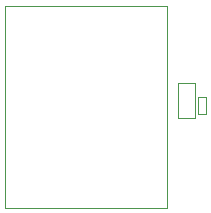
<source format=gbr>
G04 #@! TF.GenerationSoftware,KiCad,Pcbnew,7.0.6*
G04 #@! TF.CreationDate,2023-09-06T23:53:07-07:00*
G04 #@! TF.ProjectId,sgpp_main_pcb,73677070-5f6d-4616-996e-5f7063622e6b,1*
G04 #@! TF.SameCoordinates,Original*
G04 #@! TF.FileFunction,Other,User*
%FSLAX46Y46*%
G04 Gerber Fmt 4.6, Leading zero omitted, Abs format (unit mm)*
G04 Created by KiCad (PCBNEW 7.0.6) date 2023-09-06 23:53:07*
%MOMM*%
%LPD*%
G01*
G04 APERTURE LIST*
%ADD10C,0.050000*%
G04 APERTURE END LIST*
D10*
X199446327Y-107193114D02*
X185746327Y-107193114D01*
X199446327Y-90093114D02*
X199446327Y-107193114D01*
X185746327Y-107193114D02*
X185746327Y-90093114D01*
X185746327Y-90093114D02*
X199446327Y-90093114D01*
X200373331Y-99631450D02*
X201833331Y-99631450D01*
X201833331Y-99631450D02*
X201833331Y-96671450D01*
X200373331Y-96671450D02*
X200373331Y-99631450D01*
X201833331Y-96671450D02*
X200373331Y-96671450D01*
X202723331Y-97852000D02*
X202023331Y-97852000D01*
X202023331Y-97852000D02*
X202023331Y-99252000D01*
X202723331Y-99252000D02*
X202723331Y-97852000D01*
X202023331Y-99252000D02*
X202723331Y-99252000D01*
M02*

</source>
